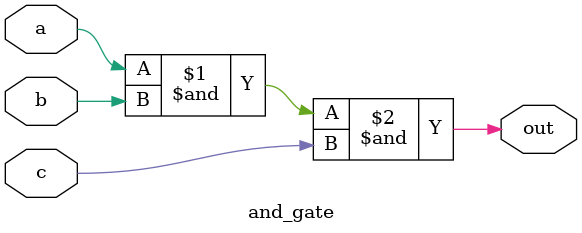
<source format=v>
module and_gate(
    input a,
    input b,
    input c,
    output out
);

assign out = a & b & c;

endmodule
</source>
